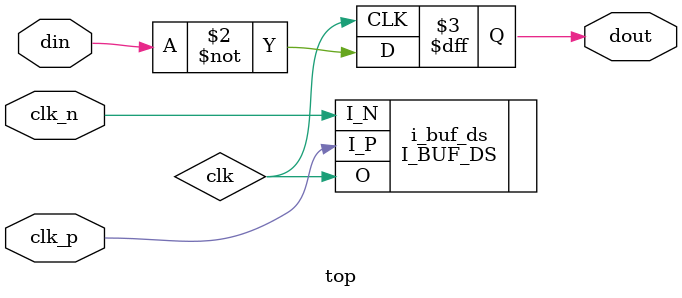
<source format=v>

module top(
  input wire din,
  input wire clk_p,
  input wire clk_n,
  output reg dout
);

  wire clk;
  I_BUF_DS i_buf_ds
  (
    .I_P(clk_p),
    .I_N(clk_n),
    .O(clk)
  );

  always @ (posedge clk) begin
    dout <= ~din;
  end

endmodule

</source>
